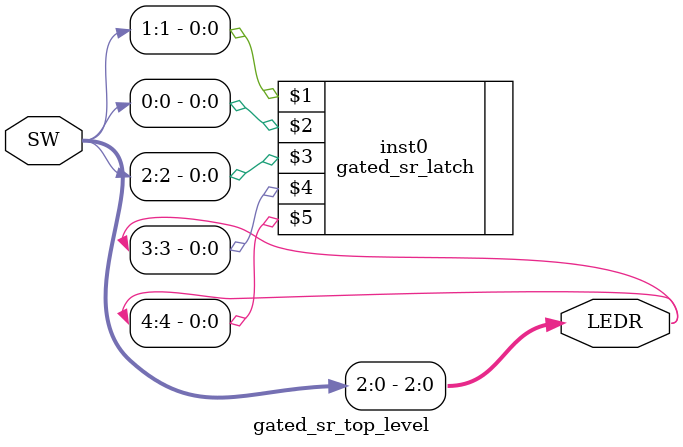
<source format=v>
module gated_sr_top_level (SW,LEDR);	//hardware level for gated SR latch

	input wire [2:0]SW;	//inputs switches 2-0
	output wire [4:0]LEDR;	//outputs red LEDs 4-0
	
	gated_sr_latch inst0 (SW[1],SW[0],SW[2],LEDR[3],LEDR[4]);	//instantiates gated SR latch module
	
	assign LEDR[2:0]=SW[2:0];	//assigns remaining red LEDs to corresponding switches
	
endmodule	//end of module

</source>
